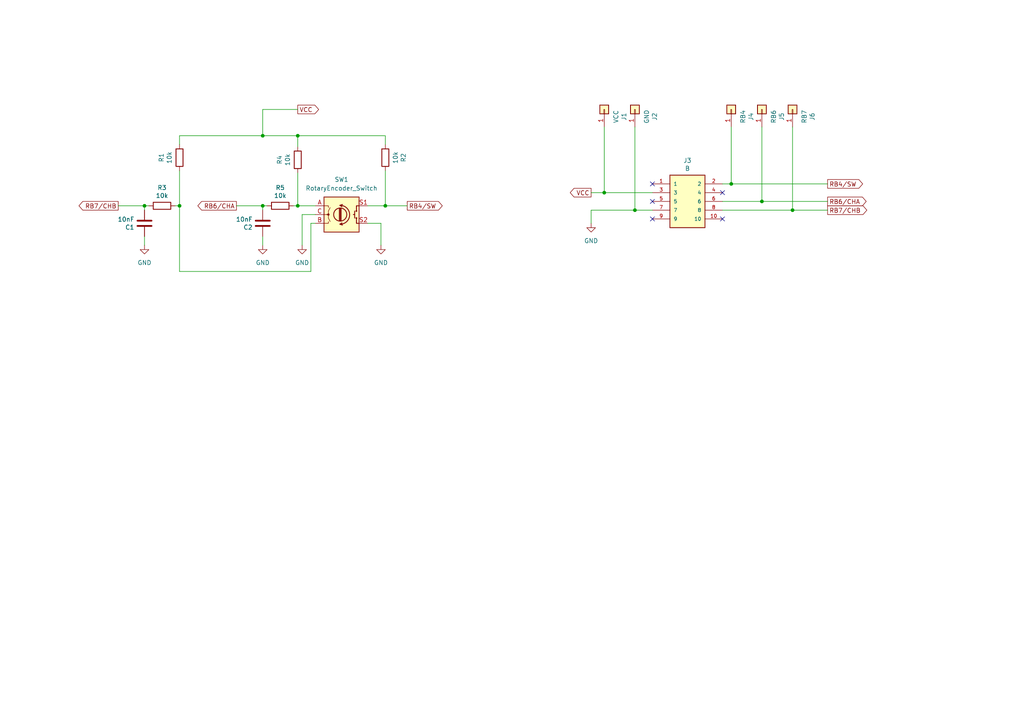
<source format=kicad_sch>
(kicad_sch (version 20211123) (generator eeschema)
  (paper "A4")
  (title_block (title "Rotary encoder for Input Sel V2b") (date "2022-05-06") (rev "V2"))
  (lib_symbols
    (symbol "Connector_Generic:Conn_01x01" (pin_names (offset 1.016) hide)
      (property "Reference" "J" (at 0 2.54 0))
      (property "Value" "Conn_01x01" (at 0 -2.54 0))
      (symbol "Conn_01x01_1_1"
        (rectangle (start -1.27 0.127) (end 0 -0.127) (stroke (width 0.1524)))
        (rectangle (start -1.27 1.27) (end 1.27 -1.27) (stroke (width 0.254)) (fill (type background)))
        (pin passive line (at -5.08 0 0) (length 3.81) (name "Pin_1") (number "1"))
      )
    )
    (symbol "Device:C" (pin_numbers hide) (pin_names (offset 0.254))
      (property "Reference" "C" (at 0.635 2.54 0))
      (property "Value" "C" (at 0.635 -2.54 0))
      (symbol "C_0_1"
        (polyline (pts (xy -2.032 -0.762) (xy 2.032 -0.762)) (stroke (width 0.508)))
        (polyline (pts (xy -2.032 0.762) (xy 2.032 0.762)) (stroke (width 0.508)))
      )
      (symbol "C_1_1"
        (pin passive line (at 0 3.81 270) (length 2.794) (name "~") (number "1"))
        (pin passive line (at 0 -3.81 90) (length 2.794) (name "~") (number "2"))
      )
    )
    (symbol "Device:R" (pin_numbers hide) (pin_names (offset 0))
      (property "Reference" "R" (at 2.032 0 90))
      (property "Value" "R" (at 0 0 90))
      (symbol "R_0_1"
        (rectangle (start -1.016 -2.54) (end 1.016 2.54) (stroke (width 0.254)))
      )
      (symbol "R_1_1"
        (pin passive line (at 0 3.81 270) (length 1.27) (name "~") (number "1"))
        (pin passive line (at 0 -3.81 90) (length 1.27) (name "~") (number "2"))
      )
    )
    (symbol "Device:RotaryEncoder_Switch" (pin_names (offset 0.254) hide)
      (property "Reference" "SW" (at 0 6.604 0))
      (property "Value" "RotaryEncoder_Switch" (at 0 -6.604 0))
      (symbol "RotaryEncoder_Switch_0_1"
        (rectangle (start -5.08 5.08) (end 5.08 -5.08) (stroke (width 0.254)) (fill (type background)))
        (circle (center -3.81 0) (radius 0.254) (fill (type outline)))
        (arc (start -0.381 -2.794) (mid 2.3622 -0.0635) (end -0.381 2.667) (stroke (width 0.254)))
        (circle (center -0.381 0) (radius 1.905) (stroke (width 0.254)))
        (polyline (pts (xy -0.635 -1.778) (xy -0.635 1.778)) (stroke (width 0.254)))
        (polyline (pts (xy -0.381 -1.778) (xy -0.381 1.778)) (stroke (width 0.254)))
        (polyline (pts (xy -0.127 1.778) (xy -0.127 -1.778)) (stroke (width 0.254)))
        (polyline (pts (xy 3.81 0) (xy 3.429 0)) (stroke (width 0.254)))
        (polyline (pts (xy 3.81 1.016) (xy 3.81 -1.016)) (stroke (width 0.254)))
        (polyline (pts (xy -5.08 -2.54) (xy -3.81 -2.54) (xy -3.81 -2.032)))
        (polyline (pts (xy -5.08 2.54) (xy -3.81 2.54) (xy -3.81 2.032)))
        (polyline (pts (xy 0.254 -3.048) (xy -0.508 -2.794) (xy 0.127 -2.413)) (stroke (width 0.254)))
        (polyline (pts (xy 0.254 2.921) (xy -0.508 2.667) (xy 0.127 2.286)) (stroke (width 0.254)))
        (polyline (pts (xy 5.08 -2.54) (xy 4.318 -2.54) (xy 4.318 -1.016)) (stroke (width 0.254)))
        (polyline (pts (xy 5.08 2.54) (xy 4.318 2.54) (xy 4.318 1.016)) (stroke (width 0.254)))
        (polyline (pts (xy -5.08 0) (xy -3.81 0) (xy -3.81 -1.016) (xy -3.302 -2.032)))
        (polyline (pts (xy -4.318 0) (xy -3.81 0) (xy -3.81 1.016) (xy -3.302 2.032)))
        (circle (center 4.318 -1.016) (radius 0.127) (stroke (width 0.254)))
        (circle (center 4.318 1.016) (radius 0.127) (stroke (width 0.254)))
      )
      (symbol "RotaryEncoder_Switch_1_1"
        (pin passive line (at -7.62 2.54 0) (length 2.54) (name "A") (number "A"))
        (pin passive line (at -7.62 -2.54 0) (length 2.54) (name "B") (number "B"))
        (pin passive line (at -7.62 0 0) (length 2.54) (name "C") (number "C"))
        (pin passive line (at 7.62 2.54 180) (length 2.54) (name "S1") (number "S1"))
        (pin passive line (at 7.62 -2.54 180) (length 2.54) (name "S2") (number "S2"))
      )
    )
    (symbol "kicad-snk:TE_CONN_RCPT_10POS_0.1_TIN_PCB" (pin_names (offset 1.016))
      (property "Reference" "J" (at -5.08 8.255 0))
      (property "Value" "TE_CONN_RCPT_10POS_0.1_TIN_PCB" (at -5.08 -10.1854 0))
      (symbol "TE_CONN_RCPT_10POS_0.1_TIN_PCB_0_0"
        (rectangle (start -5.08 -7.62) (end 5.08 7.62) (stroke (width 0.254)) (fill (type background)))
        (pin passive line (at -10.16 5.08 0) (length 5.08) (name "1") (number "1"))
        (pin passive line (at 10.16 -5.08 180) (length 5.08) (name "10") (number "10"))
        (pin passive line (at 10.16 5.08 180) (length 5.08) (name "2") (number "2"))
        (pin passive line (at -10.16 2.54 0) (length 5.08) (name "3") (number "3"))
        (pin passive line (at 10.16 2.54 180) (length 5.08) (name "4") (number "4"))
        (pin passive line (at -10.16 0 0) (length 5.08) (name "5") (number "5"))
        (pin passive line (at 10.16 0 180) (length 5.08) (name "6") (number "6"))
        (pin passive line (at -10.16 -2.54 0) (length 5.08) (name "7") (number "7"))
        (pin passive line (at 10.16 -2.54 180) (length 5.08) (name "8") (number "8"))
        (pin passive line (at -10.16 -5.08 0) (length 5.08) (name "9") (number "9"))
      )
    )
    (symbol "power:GND" (power) (pin_names (offset 0))
      (property "Value" "GND" (at 0 -3.81 0))
      (symbol "GND_0_1"
        (polyline (pts (xy 0 0) (xy 0 -1.27) (xy 1.27 -1.27) (xy 0 -2.54) (xy -1.27 -1.27) (xy 0 -1.27)))
      )
      (symbol "GND_1_1"
        (pin power_in line (at 0 0 270) (length 0) hide (name "GND") (number "1"))
      )
    )
  )
  (junction (at 76.2 39.37))
  (junction (at 220.98 58.42))
  (junction (at 111.76 59.69))
  (junction (at 76.2 59.69))
  (junction (at 52.07 59.69))
  (junction (at 86.36 59.69))
  (junction (at 175.26 55.88))
  (junction (at 184.15 60.96))
  (junction (at 212.09 53.34))
  (junction (at 229.87 60.96))
  (junction (at 86.36 39.37))
  (junction (at 41.91 59.69))
  (no_connect (at 209.55 55.88))
  (no_connect (at 209.55 63.5))
  (no_connect (at 189.23 63.5))
  (no_connect (at 189.23 58.42))
  (no_connect (at 189.23 53.34))
  (wire (pts (xy 68.58 59.69) (xy 76.2 59.69)))
  (wire (pts (xy 76.2 39.37) (xy 86.36 39.37)))
  (wire (pts (xy 86.36 50.165) (xy 86.36 59.69)))
  (wire (pts (xy 76.2 59.69) (xy 76.2 60.96)))
  (wire (pts (xy 91.44 62.23) (xy 87.63 62.23)))
  (wire (pts (xy 43.18 59.69) (xy 41.91 59.69)))
  (wire (pts (xy 76.2 68.58) (xy 76.2 71.12)))
  (wire (pts (xy 229.87 36.83) (xy 229.87 60.96)))
  (wire (pts (xy 220.98 36.83) (xy 220.98 58.42)))
  (wire (pts (xy 76.2 31.75) (xy 76.2 39.37)))
  (wire (pts (xy 184.15 60.96) (xy 189.23 60.96)))
  (wire (pts (xy 86.36 59.69) (xy 91.44 59.69)))
  (wire (pts (xy 175.26 36.83) (xy 175.26 55.88)))
  (wire (pts (xy 111.76 59.69) (xy 118.11 59.69)))
  (wire (pts (xy 171.45 55.88) (xy 175.26 55.88)))
  (wire (pts (xy 110.49 64.77) (xy 110.49 71.12)))
  (wire (pts (xy 52.07 41.91) (xy 52.07 39.37)))
  (wire (pts (xy 212.09 53.34) (xy 240.03 53.34)))
  (wire (pts (xy 52.07 49.53) (xy 52.07 59.69)))
  (wire (pts (xy 212.09 36.83) (xy 212.09 53.34)))
  (wire (pts (xy 171.45 60.96) (xy 171.45 64.77)))
  (wire (pts (xy 86.36 39.37) (xy 111.76 39.37)))
  (wire (pts (xy 229.87 60.96) (xy 240.03 60.96)))
  (wire (pts (xy 111.76 59.69) (xy 111.76 49.53)))
  (wire (pts (xy 85.09 59.69) (xy 86.36 59.69)))
  (wire (pts (xy 50.8 59.69) (xy 52.07 59.69)))
  (wire (pts (xy 52.07 59.69) (xy 52.07 78.74)))
  (wire (pts (xy 90.17 64.77) (xy 91.44 64.77)))
  (wire (pts (xy 220.98 58.42) (xy 240.03 58.42)))
  (wire (pts (xy 87.63 62.23) (xy 87.63 71.12)))
  (wire (pts (xy 209.55 58.42) (xy 220.98 58.42)))
  (wire (pts (xy 52.07 78.74) (xy 90.17 78.74)))
  (wire (pts (xy 41.91 68.58) (xy 41.91 71.12)))
  (wire (pts (xy 209.55 60.96) (xy 229.87 60.96)))
  (wire (pts (xy 34.29 59.69) (xy 41.91 59.69)))
  (wire (pts (xy 106.68 59.69) (xy 111.76 59.69)))
  (wire (pts (xy 77.47 59.69) (xy 76.2 59.69)))
  (wire (pts (xy 111.76 41.91) (xy 111.76 39.37)))
  (wire (pts (xy 86.36 39.37) (xy 86.36 42.545)))
  (wire (pts (xy 86.36 31.75) (xy 76.2 31.75)))
  (wire (pts (xy 175.26 55.88) (xy 189.23 55.88)))
  (wire (pts (xy 41.91 59.69) (xy 41.91 60.96)))
  (wire (pts (xy 171.45 60.96) (xy 184.15 60.96)))
  (wire (pts (xy 209.55 53.34) (xy 212.09 53.34)))
  (wire (pts (xy 90.17 78.74) (xy 90.17 64.77)))
  (wire (pts (xy 184.15 36.83) (xy 184.15 60.96)))
  (wire (pts (xy 110.49 64.77) (xy 106.68 64.77)))
  (wire (pts (xy 52.07 39.37) (xy 76.2 39.37)))
  (global_label "RB4{slash}SW" (shape output) (at 118.11 59.69 0) (property "Intersheet References" "${INTERSHEET_REFS}" (effects hide)))
  (global_label "RB7{slash}CHB" (shape output) (at 240.03 60.96 0) (property "Intersheet References" "${INTERSHEET_REFS}" (effects hide)))
  (global_label "RB7{slash}CHB" (shape output) (at 34.29 59.69 180) (property "Intersheet References" "${INTERSHEET_REFS}" (effects hide)))
  (global_label "RB6{slash}CHA" (shape output) (at 68.58 59.69 180) (property "Intersheet References" "${INTERSHEET_REFS}" (effects hide)))
  (global_label "RB4{slash}SW" (shape output) (at 240.03 53.34 0) (property "Intersheet References" "${INTERSHEET_REFS}" (effects hide)))
  (global_label "VCC" (shape output) (at 171.45 55.88 180) (property "Intersheet References" "${INTERSHEET_REFS}" (effects hide)))
  (global_label "VCC" (shape output) (at 86.36 31.75 0) (property "Intersheet References" "${INTERSHEET_REFS}" (effects hide)))
  (global_label "RB6{slash}CHA" (shape output) (at 240.03 58.42 0) (property "Intersheet References" "${INTERSHEET_REFS}" (effects hide)))
  (symbol (lib_id "Device:C") (at 41.91 64.77 180) (unit 1)
    (property "Reference" "C1" (at 38.989 65.9384 0) (effects (justify left)))
    (property "Value" "10nF" (at 38.989 63.627 0) (effects (justify left)))
    (property "Footprint" "Capacitor_SMD:C_0603_1608Metric_Pad1.08x0.95mm_HandSolder" (effects hide))
    (property "manf#" "CL10B103KB8NNNC" (effects hide))
  )
  (symbol (lib_id "Connector_Generic:Conn_01x01") (at 175.26 31.75 90) (unit 1)
    (property "Reference" "J1" (at 180.975 33.8328 0))
    (property "Value" "VCC" (at 178.6636 33.8328 0))
    (property "Footprint" "Connector_Pin:Pin_D1.0mm_L10.0mm" (effects hide))
  )
  (symbol (lib_id "Device:R") (at 81.28 59.69 270) (unit 1)
    (property "Reference" "R5" (at 81.28 54.4322 90))
    (property "Value" "10k" (at 81.28 56.7436 90))
    (property "Footprint" "Resistor_SMD:R_0603_1608Metric_Pad0.98x0.95mm_HandSolder" (effects hide))
    (property "manf#" "RT0603FRE074K99L" (effects hide))
  )
  (symbol (lib_id "Device:C") (at 76.2 64.77 180) (unit 1)
    (property "Reference" "C2" (at 73.279 65.9384 0) (effects (justify left)))
    (property "Value" "10nF" (at 73.279 63.627 0) (effects (justify left)))
    (property "Footprint" "Capacitor_SMD:C_0603_1608Metric_Pad1.08x0.95mm_HandSolder" (effects hide))
    (property "manf#" "CL10B103KB8NNNC" (effects hide))
  )
  (symbol (lib_id "Connector_Generic:Conn_01x01") (at 220.98 31.75 90) (unit 1)
    (property "Reference" "J5" (at 226.695 33.8328 0))
    (property "Value" "RB6" (at 224.3836 33.8328 0))
    (property "Footprint" "Connector_Pin:Pin_D1.0mm_L10.0mm" (effects hide))
  )
  (symbol (lib_id "power:GND") (at 87.63 71.12 0) (unit 1)
    (property "Reference" "#PWR0104" (effects hide))
    (property "Value" "GND" (at 87.63 76.2 0))
  )
  (symbol (lib_id "Connector_Generic:Conn_01x01") (at 229.87 31.75 90) (unit 1)
    (property "Reference" "J6" (at 235.585 33.8328 0))
    (property "Value" "RB7" (at 233.2736 33.8328 0))
    (property "Footprint" "Connector_Pin:Pin_D1.0mm_L10.0mm" (effects hide))
  )
  (symbol (lib_id "kicad-snk:TE_CONN_RCPT_10POS_0.1_TIN_PCB") (at 199.39 58.42 0) (unit 1)
    (property "Reference" "J3" (at 199.39 46.5582 0))
    (property "Value" "B" (at 199.39 48.8696 0))
    (property "Footprint" "kicad-snk:TE_CONN_RCPT_10POS_0.1_TIN_PCB" (effects hide))
    (property "Comment" "1-338068-0" (effects hide))
    (property "EU_RoHS_Compliance" "Compliant" (effects hide))
    (property "manf#" "1-215079-0" (effects hide))
  )
  (symbol (lib_id "Device:R") (at 86.36 46.355 0) (unit 1)
    (property "Reference" "R4" (at 81.1022 46.355 90))
    (property "Value" "10k" (at 83.4136 46.355 90))
    (property "Footprint" "Resistor_SMD:R_0603_1608Metric_Pad0.98x0.95mm_HandSolder" (effects hide))
    (property "manf#" "RT0603FRE074K99L" (effects hide))
  )
  (symbol (lib_id "Connector_Generic:Conn_01x01") (at 212.09 31.75 90) (unit 1)
    (property "Reference" "J4" (at 217.805 33.8328 0))
    (property "Value" "RB4" (at 215.4936 33.8328 0))
    (property "Footprint" "Connector_Pin:Pin_D1.0mm_L10.0mm" (effects hide))
  )
  (symbol (lib_id "Device:R") (at 46.99 59.69 270) (unit 1)
    (property "Reference" "R3" (at 46.99 54.4322 90))
    (property "Value" "10k" (at 46.99 56.7436 90))
    (property "Footprint" "Resistor_SMD:R_0603_1608Metric_Pad0.98x0.95mm_HandSolder" (effects hide))
    (property "manf#" "RT0603FRE074K99L" (effects hide))
  )
  (symbol (lib_id "Device:RotaryEncoder_Switch") (at 99.06 62.23 0) (unit 1)
    (property "Reference" "SW1" (at 99.06 52.07 0))
    (property "Value" "RotaryEncoder_Switch" (at 99.06 54.61 0))
    (property "Footprint" "Rotary_Encoder:RotaryEncoder_Alps_EC11E-Switch_Vertical_H20mm" (effects hide))
  )
  (symbol (lib_id "power:GND") (at 171.45 64.77 0) (unit 1)
    (property "Reference" "#PWR0102" (effects hide))
    (property "Value" "GND" (at 171.45 69.85 0))
  )
  (symbol (lib_id "power:GND") (at 110.49 71.12 0) (unit 1)
    (property "Reference" "#PWR0105" (effects hide))
    (property "Value" "GND" (at 110.49 76.2 0))
  )
  (symbol (lib_id "power:GND") (at 41.91 71.12 0) (unit 1)
    (property "Reference" "#PWR0101" (effects hide))
    (property "Value" "GND" (at 41.91 76.2 0))
  )
  (symbol (lib_id "Connector_Generic:Conn_01x01") (at 184.15 31.75 90) (unit 1)
    (property "Reference" "J2" (at 189.865 33.8328 0))
    (property "Value" "GND" (at 187.5536 33.8328 0))
    (property "Footprint" "Connector_Pin:Pin_D1.0mm_L10.0mm" (effects hide))
  )
  (symbol (lib_id "Device:R") (at 52.07 45.72 0) (unit 1)
    (property "Reference" "R1" (at 46.8122 45.72 90))
    (property "Value" "10k" (at 49.1236 45.72 90))
    (property "Footprint" "Resistor_SMD:R_0603_1608Metric_Pad0.98x0.95mm_HandSolder" (effects hide))
    (property "manf#" "RT0603FRE074K99L" (effects hide))
  )
  (symbol (lib_id "Device:R") (at 111.76 45.72 180) (unit 1)
    (property "Reference" "R2" (at 117.0178 45.72 90))
    (property "Value" "10k" (at 114.7064 45.72 90))
    (property "Footprint" "Resistor_SMD:R_0603_1608Metric_Pad0.98x0.95mm_HandSolder" (effects hide))
    (property "manf#" "RT0603FRE074K99L" (effects hide))
  )
  (symbol (lib_id "power:GND") (at 76.2 71.12 0) (unit 1)
    (property "Reference" "#PWR0103" (effects hide))
    (property "Value" "GND" (at 76.2 76.2 0))
  )
)
</source>
